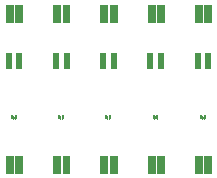
<source format=gts>
G75*
%MOIN*%
%OFA0B0*%
%FSLAX25Y25*%
%IPPOS*%
%LPD*%
%AMOC8*
5,1,8,0,0,1.08239X$1,22.5*
%
%ADD10R,0.00594X0.01302*%
%ADD11R,0.00791X0.01302*%
%ADD12C,0.00300*%
%ADD13C,0.00256*%
%ADD14R,0.02365X0.05515*%
D10*
X0008185Y0021079D03*
X0023933Y0021079D03*
X0039681Y0021079D03*
X0055429Y0021079D03*
X0071177Y0021079D03*
D11*
X0072417Y0021079D03*
X0056669Y0021079D03*
X0040921Y0021079D03*
X0025173Y0021079D03*
X0009425Y0021079D03*
D12*
X0009130Y0021000D02*
X0008974Y0021000D01*
X0008974Y0020803D02*
X0008974Y0021354D01*
X0009130Y0021571D01*
X0009130Y0020587D01*
X0008974Y0020803D01*
X0009047Y0020702D02*
X0009130Y0020702D01*
X0009130Y0021299D02*
X0008974Y0021299D01*
X0008498Y0021299D02*
X0008382Y0021299D01*
X0008498Y0021394D02*
X0008498Y0020764D01*
X0008382Y0020587D01*
X0008382Y0021571D01*
X0008498Y0021394D01*
X0008498Y0021000D02*
X0008382Y0021000D01*
X0008382Y0020702D02*
X0008458Y0020702D01*
X0024130Y0020702D02*
X0024206Y0020702D01*
X0024246Y0020764D02*
X0024130Y0020587D01*
X0024130Y0021571D01*
X0024246Y0021394D01*
X0024246Y0020764D01*
X0024246Y0021000D02*
X0024130Y0021000D01*
X0024130Y0021299D02*
X0024246Y0021299D01*
X0024722Y0021299D02*
X0024878Y0021299D01*
X0024722Y0021354D02*
X0024722Y0020803D01*
X0024878Y0020587D01*
X0024878Y0021571D01*
X0024722Y0021354D01*
X0024722Y0021000D02*
X0024878Y0021000D01*
X0024878Y0020702D02*
X0024795Y0020702D01*
X0039878Y0020702D02*
X0039954Y0020702D01*
X0039994Y0020764D02*
X0039878Y0020587D01*
X0039878Y0021571D01*
X0039994Y0021394D01*
X0039994Y0020764D01*
X0039994Y0021000D02*
X0039878Y0021000D01*
X0039878Y0021299D02*
X0039994Y0021299D01*
X0040470Y0021299D02*
X0040626Y0021299D01*
X0040470Y0021354D02*
X0040470Y0020803D01*
X0040626Y0020587D01*
X0040626Y0021571D01*
X0040470Y0021354D01*
X0040470Y0021000D02*
X0040626Y0021000D01*
X0040626Y0020702D02*
X0040543Y0020702D01*
X0055626Y0020702D02*
X0055702Y0020702D01*
X0055743Y0020764D02*
X0055626Y0020587D01*
X0055626Y0021571D01*
X0055743Y0021394D01*
X0055743Y0020764D01*
X0055743Y0021000D02*
X0055626Y0021000D01*
X0055626Y0021299D02*
X0055743Y0021299D01*
X0056218Y0021299D02*
X0056374Y0021299D01*
X0056218Y0021354D02*
X0056218Y0020803D01*
X0056374Y0020587D01*
X0056374Y0021571D01*
X0056218Y0021354D01*
X0056218Y0021000D02*
X0056374Y0021000D01*
X0056374Y0020702D02*
X0056291Y0020702D01*
X0071374Y0020702D02*
X0071450Y0020702D01*
X0071491Y0020764D02*
X0071374Y0020587D01*
X0071374Y0021571D01*
X0071491Y0021394D01*
X0071491Y0020764D01*
X0071491Y0021000D02*
X0071374Y0021000D01*
X0071374Y0021299D02*
X0071491Y0021299D01*
X0071966Y0021299D02*
X0072122Y0021299D01*
X0071966Y0021354D02*
X0071966Y0020803D01*
X0072122Y0020587D01*
X0072122Y0021571D01*
X0071966Y0021354D01*
X0071966Y0021000D02*
X0072122Y0021000D01*
X0072122Y0020702D02*
X0072039Y0020702D01*
D13*
X0008452Y0002406D02*
X0006146Y0002406D01*
X0006146Y0008256D01*
X0008452Y0008256D01*
X0008452Y0002406D01*
X0008452Y0002661D02*
X0006146Y0002661D01*
X0006146Y0002916D02*
X0008452Y0002916D01*
X0008452Y0003171D02*
X0006146Y0003171D01*
X0006146Y0003426D02*
X0008452Y0003426D01*
X0008452Y0003681D02*
X0006146Y0003681D01*
X0006146Y0003936D02*
X0008452Y0003936D01*
X0008452Y0004191D02*
X0006146Y0004191D01*
X0006146Y0004446D02*
X0008452Y0004446D01*
X0008452Y0004701D02*
X0006146Y0004701D01*
X0006146Y0004956D02*
X0008452Y0004956D01*
X0008452Y0005211D02*
X0006146Y0005211D01*
X0006146Y0005466D02*
X0008452Y0005466D01*
X0008452Y0005721D02*
X0006146Y0005721D01*
X0006146Y0005976D02*
X0008452Y0005976D01*
X0008452Y0006231D02*
X0006146Y0006231D01*
X0006146Y0006486D02*
X0008452Y0006486D01*
X0008452Y0006741D02*
X0006146Y0006741D01*
X0006146Y0006996D02*
X0008452Y0006996D01*
X0008452Y0007251D02*
X0006146Y0007251D01*
X0006146Y0007506D02*
X0008452Y0007506D01*
X0008452Y0007761D02*
X0006146Y0007761D01*
X0006146Y0008016D02*
X0008452Y0008016D01*
X0009296Y0002406D02*
X0011602Y0002406D01*
X0009296Y0002406D02*
X0009296Y0008256D01*
X0011602Y0008256D01*
X0011602Y0002406D01*
X0011602Y0002661D02*
X0009296Y0002661D01*
X0009296Y0002916D02*
X0011602Y0002916D01*
X0011602Y0003171D02*
X0009296Y0003171D01*
X0009296Y0003426D02*
X0011602Y0003426D01*
X0011602Y0003681D02*
X0009296Y0003681D01*
X0009296Y0003936D02*
X0011602Y0003936D01*
X0011602Y0004191D02*
X0009296Y0004191D01*
X0009296Y0004446D02*
X0011602Y0004446D01*
X0011602Y0004701D02*
X0009296Y0004701D01*
X0009296Y0004956D02*
X0011602Y0004956D01*
X0011602Y0005211D02*
X0009296Y0005211D01*
X0009296Y0005466D02*
X0011602Y0005466D01*
X0011602Y0005721D02*
X0009296Y0005721D01*
X0009296Y0005976D02*
X0011602Y0005976D01*
X0011602Y0006231D02*
X0009296Y0006231D01*
X0009296Y0006486D02*
X0011602Y0006486D01*
X0011602Y0006741D02*
X0009296Y0006741D01*
X0009296Y0006996D02*
X0011602Y0006996D01*
X0011602Y0007251D02*
X0009296Y0007251D01*
X0009296Y0007506D02*
X0011602Y0007506D01*
X0011602Y0007761D02*
X0009296Y0007761D01*
X0009296Y0008016D02*
X0011602Y0008016D01*
X0021894Y0002406D02*
X0024200Y0002406D01*
X0021894Y0002406D02*
X0021894Y0008256D01*
X0024200Y0008256D01*
X0024200Y0002406D01*
X0024200Y0002661D02*
X0021894Y0002661D01*
X0021894Y0002916D02*
X0024200Y0002916D01*
X0024200Y0003171D02*
X0021894Y0003171D01*
X0021894Y0003426D02*
X0024200Y0003426D01*
X0024200Y0003681D02*
X0021894Y0003681D01*
X0021894Y0003936D02*
X0024200Y0003936D01*
X0024200Y0004191D02*
X0021894Y0004191D01*
X0021894Y0004446D02*
X0024200Y0004446D01*
X0024200Y0004701D02*
X0021894Y0004701D01*
X0021894Y0004956D02*
X0024200Y0004956D01*
X0024200Y0005211D02*
X0021894Y0005211D01*
X0021894Y0005466D02*
X0024200Y0005466D01*
X0024200Y0005721D02*
X0021894Y0005721D01*
X0021894Y0005976D02*
X0024200Y0005976D01*
X0024200Y0006231D02*
X0021894Y0006231D01*
X0021894Y0006486D02*
X0024200Y0006486D01*
X0024200Y0006741D02*
X0021894Y0006741D01*
X0021894Y0006996D02*
X0024200Y0006996D01*
X0024200Y0007251D02*
X0021894Y0007251D01*
X0021894Y0007506D02*
X0024200Y0007506D01*
X0024200Y0007761D02*
X0021894Y0007761D01*
X0021894Y0008016D02*
X0024200Y0008016D01*
X0025044Y0002406D02*
X0027350Y0002406D01*
X0025044Y0002406D02*
X0025044Y0008256D01*
X0027350Y0008256D01*
X0027350Y0002406D01*
X0027350Y0002661D02*
X0025044Y0002661D01*
X0025044Y0002916D02*
X0027350Y0002916D01*
X0027350Y0003171D02*
X0025044Y0003171D01*
X0025044Y0003426D02*
X0027350Y0003426D01*
X0027350Y0003681D02*
X0025044Y0003681D01*
X0025044Y0003936D02*
X0027350Y0003936D01*
X0027350Y0004191D02*
X0025044Y0004191D01*
X0025044Y0004446D02*
X0027350Y0004446D01*
X0027350Y0004701D02*
X0025044Y0004701D01*
X0025044Y0004956D02*
X0027350Y0004956D01*
X0027350Y0005211D02*
X0025044Y0005211D01*
X0025044Y0005466D02*
X0027350Y0005466D01*
X0027350Y0005721D02*
X0025044Y0005721D01*
X0025044Y0005976D02*
X0027350Y0005976D01*
X0027350Y0006231D02*
X0025044Y0006231D01*
X0025044Y0006486D02*
X0027350Y0006486D01*
X0027350Y0006741D02*
X0025044Y0006741D01*
X0025044Y0006996D02*
X0027350Y0006996D01*
X0027350Y0007251D02*
X0025044Y0007251D01*
X0025044Y0007506D02*
X0027350Y0007506D01*
X0027350Y0007761D02*
X0025044Y0007761D01*
X0025044Y0008016D02*
X0027350Y0008016D01*
X0037642Y0002406D02*
X0039948Y0002406D01*
X0037642Y0002406D02*
X0037642Y0008256D01*
X0039948Y0008256D01*
X0039948Y0002406D01*
X0039948Y0002661D02*
X0037642Y0002661D01*
X0037642Y0002916D02*
X0039948Y0002916D01*
X0039948Y0003171D02*
X0037642Y0003171D01*
X0037642Y0003426D02*
X0039948Y0003426D01*
X0039948Y0003681D02*
X0037642Y0003681D01*
X0037642Y0003936D02*
X0039948Y0003936D01*
X0039948Y0004191D02*
X0037642Y0004191D01*
X0037642Y0004446D02*
X0039948Y0004446D01*
X0039948Y0004701D02*
X0037642Y0004701D01*
X0037642Y0004956D02*
X0039948Y0004956D01*
X0039948Y0005211D02*
X0037642Y0005211D01*
X0037642Y0005466D02*
X0039948Y0005466D01*
X0039948Y0005721D02*
X0037642Y0005721D01*
X0037642Y0005976D02*
X0039948Y0005976D01*
X0039948Y0006231D02*
X0037642Y0006231D01*
X0037642Y0006486D02*
X0039948Y0006486D01*
X0039948Y0006741D02*
X0037642Y0006741D01*
X0037642Y0006996D02*
X0039948Y0006996D01*
X0039948Y0007251D02*
X0037642Y0007251D01*
X0037642Y0007506D02*
X0039948Y0007506D01*
X0039948Y0007761D02*
X0037642Y0007761D01*
X0037642Y0008016D02*
X0039948Y0008016D01*
X0040792Y0002406D02*
X0043098Y0002406D01*
X0040792Y0002406D02*
X0040792Y0008256D01*
X0043098Y0008256D01*
X0043098Y0002406D01*
X0043098Y0002661D02*
X0040792Y0002661D01*
X0040792Y0002916D02*
X0043098Y0002916D01*
X0043098Y0003171D02*
X0040792Y0003171D01*
X0040792Y0003426D02*
X0043098Y0003426D01*
X0043098Y0003681D02*
X0040792Y0003681D01*
X0040792Y0003936D02*
X0043098Y0003936D01*
X0043098Y0004191D02*
X0040792Y0004191D01*
X0040792Y0004446D02*
X0043098Y0004446D01*
X0043098Y0004701D02*
X0040792Y0004701D01*
X0040792Y0004956D02*
X0043098Y0004956D01*
X0043098Y0005211D02*
X0040792Y0005211D01*
X0040792Y0005466D02*
X0043098Y0005466D01*
X0043098Y0005721D02*
X0040792Y0005721D01*
X0040792Y0005976D02*
X0043098Y0005976D01*
X0043098Y0006231D02*
X0040792Y0006231D01*
X0040792Y0006486D02*
X0043098Y0006486D01*
X0043098Y0006741D02*
X0040792Y0006741D01*
X0040792Y0006996D02*
X0043098Y0006996D01*
X0043098Y0007251D02*
X0040792Y0007251D01*
X0040792Y0007506D02*
X0043098Y0007506D01*
X0043098Y0007761D02*
X0040792Y0007761D01*
X0040792Y0008016D02*
X0043098Y0008016D01*
X0053390Y0002406D02*
X0055696Y0002406D01*
X0053390Y0002406D02*
X0053390Y0008256D01*
X0055696Y0008256D01*
X0055696Y0002406D01*
X0055696Y0002661D02*
X0053390Y0002661D01*
X0053390Y0002916D02*
X0055696Y0002916D01*
X0055696Y0003171D02*
X0053390Y0003171D01*
X0053390Y0003426D02*
X0055696Y0003426D01*
X0055696Y0003681D02*
X0053390Y0003681D01*
X0053390Y0003936D02*
X0055696Y0003936D01*
X0055696Y0004191D02*
X0053390Y0004191D01*
X0053390Y0004446D02*
X0055696Y0004446D01*
X0055696Y0004701D02*
X0053390Y0004701D01*
X0053390Y0004956D02*
X0055696Y0004956D01*
X0055696Y0005211D02*
X0053390Y0005211D01*
X0053390Y0005466D02*
X0055696Y0005466D01*
X0055696Y0005721D02*
X0053390Y0005721D01*
X0053390Y0005976D02*
X0055696Y0005976D01*
X0055696Y0006231D02*
X0053390Y0006231D01*
X0053390Y0006486D02*
X0055696Y0006486D01*
X0055696Y0006741D02*
X0053390Y0006741D01*
X0053390Y0006996D02*
X0055696Y0006996D01*
X0055696Y0007251D02*
X0053390Y0007251D01*
X0053390Y0007506D02*
X0055696Y0007506D01*
X0055696Y0007761D02*
X0053390Y0007761D01*
X0053390Y0008016D02*
X0055696Y0008016D01*
X0056540Y0002406D02*
X0058846Y0002406D01*
X0056540Y0002406D02*
X0056540Y0008256D01*
X0058846Y0008256D01*
X0058846Y0002406D01*
X0058846Y0002661D02*
X0056540Y0002661D01*
X0056540Y0002916D02*
X0058846Y0002916D01*
X0058846Y0003171D02*
X0056540Y0003171D01*
X0056540Y0003426D02*
X0058846Y0003426D01*
X0058846Y0003681D02*
X0056540Y0003681D01*
X0056540Y0003936D02*
X0058846Y0003936D01*
X0058846Y0004191D02*
X0056540Y0004191D01*
X0056540Y0004446D02*
X0058846Y0004446D01*
X0058846Y0004701D02*
X0056540Y0004701D01*
X0056540Y0004956D02*
X0058846Y0004956D01*
X0058846Y0005211D02*
X0056540Y0005211D01*
X0056540Y0005466D02*
X0058846Y0005466D01*
X0058846Y0005721D02*
X0056540Y0005721D01*
X0056540Y0005976D02*
X0058846Y0005976D01*
X0058846Y0006231D02*
X0056540Y0006231D01*
X0056540Y0006486D02*
X0058846Y0006486D01*
X0058846Y0006741D02*
X0056540Y0006741D01*
X0056540Y0006996D02*
X0058846Y0006996D01*
X0058846Y0007251D02*
X0056540Y0007251D01*
X0056540Y0007506D02*
X0058846Y0007506D01*
X0058846Y0007761D02*
X0056540Y0007761D01*
X0056540Y0008016D02*
X0058846Y0008016D01*
X0069138Y0002406D02*
X0071444Y0002406D01*
X0069138Y0002406D02*
X0069138Y0008256D01*
X0071444Y0008256D01*
X0071444Y0002406D01*
X0071444Y0002661D02*
X0069138Y0002661D01*
X0069138Y0002916D02*
X0071444Y0002916D01*
X0071444Y0003171D02*
X0069138Y0003171D01*
X0069138Y0003426D02*
X0071444Y0003426D01*
X0071444Y0003681D02*
X0069138Y0003681D01*
X0069138Y0003936D02*
X0071444Y0003936D01*
X0071444Y0004191D02*
X0069138Y0004191D01*
X0069138Y0004446D02*
X0071444Y0004446D01*
X0071444Y0004701D02*
X0069138Y0004701D01*
X0069138Y0004956D02*
X0071444Y0004956D01*
X0071444Y0005211D02*
X0069138Y0005211D01*
X0069138Y0005466D02*
X0071444Y0005466D01*
X0071444Y0005721D02*
X0069138Y0005721D01*
X0069138Y0005976D02*
X0071444Y0005976D01*
X0071444Y0006231D02*
X0069138Y0006231D01*
X0069138Y0006486D02*
X0071444Y0006486D01*
X0071444Y0006741D02*
X0069138Y0006741D01*
X0069138Y0006996D02*
X0071444Y0006996D01*
X0071444Y0007251D02*
X0069138Y0007251D01*
X0069138Y0007506D02*
X0071444Y0007506D01*
X0071444Y0007761D02*
X0069138Y0007761D01*
X0069138Y0008016D02*
X0071444Y0008016D01*
X0072288Y0002406D02*
X0074594Y0002406D01*
X0072288Y0002406D02*
X0072288Y0008256D01*
X0074594Y0008256D01*
X0074594Y0002406D01*
X0074594Y0002661D02*
X0072288Y0002661D01*
X0072288Y0002916D02*
X0074594Y0002916D01*
X0074594Y0003171D02*
X0072288Y0003171D01*
X0072288Y0003426D02*
X0074594Y0003426D01*
X0074594Y0003681D02*
X0072288Y0003681D01*
X0072288Y0003936D02*
X0074594Y0003936D01*
X0074594Y0004191D02*
X0072288Y0004191D01*
X0072288Y0004446D02*
X0074594Y0004446D01*
X0074594Y0004701D02*
X0072288Y0004701D01*
X0072288Y0004956D02*
X0074594Y0004956D01*
X0074594Y0005211D02*
X0072288Y0005211D01*
X0072288Y0005466D02*
X0074594Y0005466D01*
X0074594Y0005721D02*
X0072288Y0005721D01*
X0072288Y0005976D02*
X0074594Y0005976D01*
X0074594Y0006231D02*
X0072288Y0006231D01*
X0072288Y0006486D02*
X0074594Y0006486D01*
X0074594Y0006741D02*
X0072288Y0006741D01*
X0072288Y0006996D02*
X0074594Y0006996D01*
X0074594Y0007251D02*
X0072288Y0007251D01*
X0072288Y0007506D02*
X0074594Y0007506D01*
X0074594Y0007761D02*
X0072288Y0007761D01*
X0072288Y0008016D02*
X0074594Y0008016D01*
X0074594Y0058649D02*
X0072288Y0058649D01*
X0074594Y0058649D02*
X0074594Y0052799D01*
X0072288Y0052799D01*
X0072288Y0058649D01*
X0072288Y0053054D02*
X0074594Y0053054D01*
X0074594Y0053309D02*
X0072288Y0053309D01*
X0072288Y0053564D02*
X0074594Y0053564D01*
X0074594Y0053819D02*
X0072288Y0053819D01*
X0072288Y0054074D02*
X0074594Y0054074D01*
X0074594Y0054329D02*
X0072288Y0054329D01*
X0072288Y0054584D02*
X0074594Y0054584D01*
X0074594Y0054839D02*
X0072288Y0054839D01*
X0072288Y0055094D02*
X0074594Y0055094D01*
X0074594Y0055349D02*
X0072288Y0055349D01*
X0072288Y0055604D02*
X0074594Y0055604D01*
X0074594Y0055859D02*
X0072288Y0055859D01*
X0072288Y0056114D02*
X0074594Y0056114D01*
X0074594Y0056369D02*
X0072288Y0056369D01*
X0072288Y0056624D02*
X0074594Y0056624D01*
X0074594Y0056879D02*
X0072288Y0056879D01*
X0072288Y0057134D02*
X0074594Y0057134D01*
X0074594Y0057389D02*
X0072288Y0057389D01*
X0072288Y0057644D02*
X0074594Y0057644D01*
X0074594Y0057899D02*
X0072288Y0057899D01*
X0072288Y0058154D02*
X0074594Y0058154D01*
X0074594Y0058409D02*
X0072288Y0058409D01*
X0071444Y0058649D02*
X0069138Y0058649D01*
X0071444Y0058649D02*
X0071444Y0052799D01*
X0069138Y0052799D01*
X0069138Y0058649D01*
X0069138Y0053054D02*
X0071444Y0053054D01*
X0071444Y0053309D02*
X0069138Y0053309D01*
X0069138Y0053564D02*
X0071444Y0053564D01*
X0071444Y0053819D02*
X0069138Y0053819D01*
X0069138Y0054074D02*
X0071444Y0054074D01*
X0071444Y0054329D02*
X0069138Y0054329D01*
X0069138Y0054584D02*
X0071444Y0054584D01*
X0071444Y0054839D02*
X0069138Y0054839D01*
X0069138Y0055094D02*
X0071444Y0055094D01*
X0071444Y0055349D02*
X0069138Y0055349D01*
X0069138Y0055604D02*
X0071444Y0055604D01*
X0071444Y0055859D02*
X0069138Y0055859D01*
X0069138Y0056114D02*
X0071444Y0056114D01*
X0071444Y0056369D02*
X0069138Y0056369D01*
X0069138Y0056624D02*
X0071444Y0056624D01*
X0071444Y0056879D02*
X0069138Y0056879D01*
X0069138Y0057134D02*
X0071444Y0057134D01*
X0071444Y0057389D02*
X0069138Y0057389D01*
X0069138Y0057644D02*
X0071444Y0057644D01*
X0071444Y0057899D02*
X0069138Y0057899D01*
X0069138Y0058154D02*
X0071444Y0058154D01*
X0071444Y0058409D02*
X0069138Y0058409D01*
X0058846Y0058649D02*
X0056540Y0058649D01*
X0058846Y0058649D02*
X0058846Y0052799D01*
X0056540Y0052799D01*
X0056540Y0058649D01*
X0056540Y0053054D02*
X0058846Y0053054D01*
X0058846Y0053309D02*
X0056540Y0053309D01*
X0056540Y0053564D02*
X0058846Y0053564D01*
X0058846Y0053819D02*
X0056540Y0053819D01*
X0056540Y0054074D02*
X0058846Y0054074D01*
X0058846Y0054329D02*
X0056540Y0054329D01*
X0056540Y0054584D02*
X0058846Y0054584D01*
X0058846Y0054839D02*
X0056540Y0054839D01*
X0056540Y0055094D02*
X0058846Y0055094D01*
X0058846Y0055349D02*
X0056540Y0055349D01*
X0056540Y0055604D02*
X0058846Y0055604D01*
X0058846Y0055859D02*
X0056540Y0055859D01*
X0056540Y0056114D02*
X0058846Y0056114D01*
X0058846Y0056369D02*
X0056540Y0056369D01*
X0056540Y0056624D02*
X0058846Y0056624D01*
X0058846Y0056879D02*
X0056540Y0056879D01*
X0056540Y0057134D02*
X0058846Y0057134D01*
X0058846Y0057389D02*
X0056540Y0057389D01*
X0056540Y0057644D02*
X0058846Y0057644D01*
X0058846Y0057899D02*
X0056540Y0057899D01*
X0056540Y0058154D02*
X0058846Y0058154D01*
X0058846Y0058409D02*
X0056540Y0058409D01*
X0055696Y0058649D02*
X0053390Y0058649D01*
X0055696Y0058649D02*
X0055696Y0052799D01*
X0053390Y0052799D01*
X0053390Y0058649D01*
X0053390Y0053054D02*
X0055696Y0053054D01*
X0055696Y0053309D02*
X0053390Y0053309D01*
X0053390Y0053564D02*
X0055696Y0053564D01*
X0055696Y0053819D02*
X0053390Y0053819D01*
X0053390Y0054074D02*
X0055696Y0054074D01*
X0055696Y0054329D02*
X0053390Y0054329D01*
X0053390Y0054584D02*
X0055696Y0054584D01*
X0055696Y0054839D02*
X0053390Y0054839D01*
X0053390Y0055094D02*
X0055696Y0055094D01*
X0055696Y0055349D02*
X0053390Y0055349D01*
X0053390Y0055604D02*
X0055696Y0055604D01*
X0055696Y0055859D02*
X0053390Y0055859D01*
X0053390Y0056114D02*
X0055696Y0056114D01*
X0055696Y0056369D02*
X0053390Y0056369D01*
X0053390Y0056624D02*
X0055696Y0056624D01*
X0055696Y0056879D02*
X0053390Y0056879D01*
X0053390Y0057134D02*
X0055696Y0057134D01*
X0055696Y0057389D02*
X0053390Y0057389D01*
X0053390Y0057644D02*
X0055696Y0057644D01*
X0055696Y0057899D02*
X0053390Y0057899D01*
X0053390Y0058154D02*
X0055696Y0058154D01*
X0055696Y0058409D02*
X0053390Y0058409D01*
X0043098Y0058649D02*
X0040792Y0058649D01*
X0043098Y0058649D02*
X0043098Y0052799D01*
X0040792Y0052799D01*
X0040792Y0058649D01*
X0040792Y0053054D02*
X0043098Y0053054D01*
X0043098Y0053309D02*
X0040792Y0053309D01*
X0040792Y0053564D02*
X0043098Y0053564D01*
X0043098Y0053819D02*
X0040792Y0053819D01*
X0040792Y0054074D02*
X0043098Y0054074D01*
X0043098Y0054329D02*
X0040792Y0054329D01*
X0040792Y0054584D02*
X0043098Y0054584D01*
X0043098Y0054839D02*
X0040792Y0054839D01*
X0040792Y0055094D02*
X0043098Y0055094D01*
X0043098Y0055349D02*
X0040792Y0055349D01*
X0040792Y0055604D02*
X0043098Y0055604D01*
X0043098Y0055859D02*
X0040792Y0055859D01*
X0040792Y0056114D02*
X0043098Y0056114D01*
X0043098Y0056369D02*
X0040792Y0056369D01*
X0040792Y0056624D02*
X0043098Y0056624D01*
X0043098Y0056879D02*
X0040792Y0056879D01*
X0040792Y0057134D02*
X0043098Y0057134D01*
X0043098Y0057389D02*
X0040792Y0057389D01*
X0040792Y0057644D02*
X0043098Y0057644D01*
X0043098Y0057899D02*
X0040792Y0057899D01*
X0040792Y0058154D02*
X0043098Y0058154D01*
X0043098Y0058409D02*
X0040792Y0058409D01*
X0039948Y0058649D02*
X0037642Y0058649D01*
X0039948Y0058649D02*
X0039948Y0052799D01*
X0037642Y0052799D01*
X0037642Y0058649D01*
X0037642Y0053054D02*
X0039948Y0053054D01*
X0039948Y0053309D02*
X0037642Y0053309D01*
X0037642Y0053564D02*
X0039948Y0053564D01*
X0039948Y0053819D02*
X0037642Y0053819D01*
X0037642Y0054074D02*
X0039948Y0054074D01*
X0039948Y0054329D02*
X0037642Y0054329D01*
X0037642Y0054584D02*
X0039948Y0054584D01*
X0039948Y0054839D02*
X0037642Y0054839D01*
X0037642Y0055094D02*
X0039948Y0055094D01*
X0039948Y0055349D02*
X0037642Y0055349D01*
X0037642Y0055604D02*
X0039948Y0055604D01*
X0039948Y0055859D02*
X0037642Y0055859D01*
X0037642Y0056114D02*
X0039948Y0056114D01*
X0039948Y0056369D02*
X0037642Y0056369D01*
X0037642Y0056624D02*
X0039948Y0056624D01*
X0039948Y0056879D02*
X0037642Y0056879D01*
X0037642Y0057134D02*
X0039948Y0057134D01*
X0039948Y0057389D02*
X0037642Y0057389D01*
X0037642Y0057644D02*
X0039948Y0057644D01*
X0039948Y0057899D02*
X0037642Y0057899D01*
X0037642Y0058154D02*
X0039948Y0058154D01*
X0039948Y0058409D02*
X0037642Y0058409D01*
X0027350Y0058649D02*
X0025044Y0058649D01*
X0027350Y0058649D02*
X0027350Y0052799D01*
X0025044Y0052799D01*
X0025044Y0058649D01*
X0025044Y0053054D02*
X0027350Y0053054D01*
X0027350Y0053309D02*
X0025044Y0053309D01*
X0025044Y0053564D02*
X0027350Y0053564D01*
X0027350Y0053819D02*
X0025044Y0053819D01*
X0025044Y0054074D02*
X0027350Y0054074D01*
X0027350Y0054329D02*
X0025044Y0054329D01*
X0025044Y0054584D02*
X0027350Y0054584D01*
X0027350Y0054839D02*
X0025044Y0054839D01*
X0025044Y0055094D02*
X0027350Y0055094D01*
X0027350Y0055349D02*
X0025044Y0055349D01*
X0025044Y0055604D02*
X0027350Y0055604D01*
X0027350Y0055859D02*
X0025044Y0055859D01*
X0025044Y0056114D02*
X0027350Y0056114D01*
X0027350Y0056369D02*
X0025044Y0056369D01*
X0025044Y0056624D02*
X0027350Y0056624D01*
X0027350Y0056879D02*
X0025044Y0056879D01*
X0025044Y0057134D02*
X0027350Y0057134D01*
X0027350Y0057389D02*
X0025044Y0057389D01*
X0025044Y0057644D02*
X0027350Y0057644D01*
X0027350Y0057899D02*
X0025044Y0057899D01*
X0025044Y0058154D02*
X0027350Y0058154D01*
X0027350Y0058409D02*
X0025044Y0058409D01*
X0024200Y0058649D02*
X0021894Y0058649D01*
X0024200Y0058649D02*
X0024200Y0052799D01*
X0021894Y0052799D01*
X0021894Y0058649D01*
X0021894Y0053054D02*
X0024200Y0053054D01*
X0024200Y0053309D02*
X0021894Y0053309D01*
X0021894Y0053564D02*
X0024200Y0053564D01*
X0024200Y0053819D02*
X0021894Y0053819D01*
X0021894Y0054074D02*
X0024200Y0054074D01*
X0024200Y0054329D02*
X0021894Y0054329D01*
X0021894Y0054584D02*
X0024200Y0054584D01*
X0024200Y0054839D02*
X0021894Y0054839D01*
X0021894Y0055094D02*
X0024200Y0055094D01*
X0024200Y0055349D02*
X0021894Y0055349D01*
X0021894Y0055604D02*
X0024200Y0055604D01*
X0024200Y0055859D02*
X0021894Y0055859D01*
X0021894Y0056114D02*
X0024200Y0056114D01*
X0024200Y0056369D02*
X0021894Y0056369D01*
X0021894Y0056624D02*
X0024200Y0056624D01*
X0024200Y0056879D02*
X0021894Y0056879D01*
X0021894Y0057134D02*
X0024200Y0057134D01*
X0024200Y0057389D02*
X0021894Y0057389D01*
X0021894Y0057644D02*
X0024200Y0057644D01*
X0024200Y0057899D02*
X0021894Y0057899D01*
X0021894Y0058154D02*
X0024200Y0058154D01*
X0024200Y0058409D02*
X0021894Y0058409D01*
X0011602Y0058649D02*
X0009296Y0058649D01*
X0011602Y0058649D02*
X0011602Y0052799D01*
X0009296Y0052799D01*
X0009296Y0058649D01*
X0009296Y0053054D02*
X0011602Y0053054D01*
X0011602Y0053309D02*
X0009296Y0053309D01*
X0009296Y0053564D02*
X0011602Y0053564D01*
X0011602Y0053819D02*
X0009296Y0053819D01*
X0009296Y0054074D02*
X0011602Y0054074D01*
X0011602Y0054329D02*
X0009296Y0054329D01*
X0009296Y0054584D02*
X0011602Y0054584D01*
X0011602Y0054839D02*
X0009296Y0054839D01*
X0009296Y0055094D02*
X0011602Y0055094D01*
X0011602Y0055349D02*
X0009296Y0055349D01*
X0009296Y0055604D02*
X0011602Y0055604D01*
X0011602Y0055859D02*
X0009296Y0055859D01*
X0009296Y0056114D02*
X0011602Y0056114D01*
X0011602Y0056369D02*
X0009296Y0056369D01*
X0009296Y0056624D02*
X0011602Y0056624D01*
X0011602Y0056879D02*
X0009296Y0056879D01*
X0009296Y0057134D02*
X0011602Y0057134D01*
X0011602Y0057389D02*
X0009296Y0057389D01*
X0009296Y0057644D02*
X0011602Y0057644D01*
X0011602Y0057899D02*
X0009296Y0057899D01*
X0009296Y0058154D02*
X0011602Y0058154D01*
X0011602Y0058409D02*
X0009296Y0058409D01*
X0008452Y0058649D02*
X0006146Y0058649D01*
X0008452Y0058649D02*
X0008452Y0052799D01*
X0006146Y0052799D01*
X0006146Y0058649D01*
X0006146Y0053054D02*
X0008452Y0053054D01*
X0008452Y0053309D02*
X0006146Y0053309D01*
X0006146Y0053564D02*
X0008452Y0053564D01*
X0008452Y0053819D02*
X0006146Y0053819D01*
X0006146Y0054074D02*
X0008452Y0054074D01*
X0008452Y0054329D02*
X0006146Y0054329D01*
X0006146Y0054584D02*
X0008452Y0054584D01*
X0008452Y0054839D02*
X0006146Y0054839D01*
X0006146Y0055094D02*
X0008452Y0055094D01*
X0008452Y0055349D02*
X0006146Y0055349D01*
X0006146Y0055604D02*
X0008452Y0055604D01*
X0008452Y0055859D02*
X0006146Y0055859D01*
X0006146Y0056114D02*
X0008452Y0056114D01*
X0008452Y0056369D02*
X0006146Y0056369D01*
X0006146Y0056624D02*
X0008452Y0056624D01*
X0008452Y0056879D02*
X0006146Y0056879D01*
X0006146Y0057134D02*
X0008452Y0057134D01*
X0008452Y0057389D02*
X0006146Y0057389D01*
X0006146Y0057644D02*
X0008452Y0057644D01*
X0008452Y0057899D02*
X0006146Y0057899D01*
X0006146Y0058154D02*
X0008452Y0058154D01*
X0008452Y0058409D02*
X0006146Y0058409D01*
D14*
X0007102Y0039976D03*
X0010646Y0039976D03*
X0022850Y0039976D03*
X0026394Y0039976D03*
X0038598Y0039976D03*
X0042142Y0039976D03*
X0054346Y0039976D03*
X0057890Y0039976D03*
X0070094Y0039976D03*
X0073638Y0039976D03*
M02*

</source>
